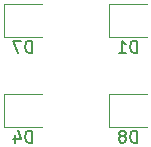
<source format=gbo>
%TF.GenerationSoftware,KiCad,Pcbnew,(6.0.5)*%
%TF.CreationDate,2022-06-15T13:59:35+01:00*%
%TF.ProjectId,tsal,7473616c-2e6b-4696-9361-645f70636258,rev?*%
%TF.SameCoordinates,Original*%
%TF.FileFunction,Legend,Bot*%
%TF.FilePolarity,Positive*%
%FSLAX46Y46*%
G04 Gerber Fmt 4.6, Leading zero omitted, Abs format (unit mm)*
G04 Created by KiCad (PCBNEW (6.0.5)) date 2022-06-15 13:59:35*
%MOMM*%
%LPD*%
G01*
G04 APERTURE LIST*
G04 Aperture macros list*
%AMRoundRect*
0 Rectangle with rounded corners*
0 $1 Rounding radius*
0 $2 $3 $4 $5 $6 $7 $8 $9 X,Y pos of 4 corners*
0 Add a 4 corners polygon primitive as box body*
4,1,4,$2,$3,$4,$5,$6,$7,$8,$9,$2,$3,0*
0 Add four circle primitives for the rounded corners*
1,1,$1+$1,$2,$3*
1,1,$1+$1,$4,$5*
1,1,$1+$1,$6,$7*
1,1,$1+$1,$8,$9*
0 Add four rect primitives between the rounded corners*
20,1,$1+$1,$2,$3,$4,$5,0*
20,1,$1+$1,$4,$5,$6,$7,0*
20,1,$1+$1,$6,$7,$8,$9,0*
20,1,$1+$1,$8,$9,$2,$3,0*%
G04 Aperture macros list end*
%ADD10C,0.150000*%
%ADD11C,0.120000*%
%ADD12C,3.200000*%
%ADD13C,3.000000*%
%ADD14RoundRect,0.250001X0.759999X-0.499999X0.759999X0.499999X-0.759999X0.499999X-0.759999X-0.499999X0*%
%ADD15O,2.020000X1.500000*%
%ADD16R,1.600000X1.600000*%
%ADD17C,1.600000*%
%ADD18R,1.000000X2.100000*%
%ADD19R,2.100000X2.100000*%
G04 APERTURE END LIST*
D10*
%TO.C,D1*%
X97893095Y-136082380D02*
X97893095Y-135082380D01*
X97655000Y-135082380D01*
X97512142Y-135130000D01*
X97416904Y-135225238D01*
X97369285Y-135320476D01*
X97321666Y-135510952D01*
X97321666Y-135653809D01*
X97369285Y-135844285D01*
X97416904Y-135939523D01*
X97512142Y-136034761D01*
X97655000Y-136082380D01*
X97893095Y-136082380D01*
X96369285Y-136082380D02*
X96940714Y-136082380D01*
X96655000Y-136082380D02*
X96655000Y-135082380D01*
X96750238Y-135225238D01*
X96845476Y-135320476D01*
X96940714Y-135368095D01*
%TO.C,D8*%
X97893095Y-143702380D02*
X97893095Y-142702380D01*
X97655000Y-142702380D01*
X97512142Y-142750000D01*
X97416904Y-142845238D01*
X97369285Y-142940476D01*
X97321666Y-143130952D01*
X97321666Y-143273809D01*
X97369285Y-143464285D01*
X97416904Y-143559523D01*
X97512142Y-143654761D01*
X97655000Y-143702380D01*
X97893095Y-143702380D01*
X96750238Y-143130952D02*
X96845476Y-143083333D01*
X96893095Y-143035714D01*
X96940714Y-142940476D01*
X96940714Y-142892857D01*
X96893095Y-142797619D01*
X96845476Y-142750000D01*
X96750238Y-142702380D01*
X96559761Y-142702380D01*
X96464523Y-142750000D01*
X96416904Y-142797619D01*
X96369285Y-142892857D01*
X96369285Y-142940476D01*
X96416904Y-143035714D01*
X96464523Y-143083333D01*
X96559761Y-143130952D01*
X96750238Y-143130952D01*
X96845476Y-143178571D01*
X96893095Y-143226190D01*
X96940714Y-143321428D01*
X96940714Y-143511904D01*
X96893095Y-143607142D01*
X96845476Y-143654761D01*
X96750238Y-143702380D01*
X96559761Y-143702380D01*
X96464523Y-143654761D01*
X96416904Y-143607142D01*
X96369285Y-143511904D01*
X96369285Y-143321428D01*
X96416904Y-143226190D01*
X96464523Y-143178571D01*
X96559761Y-143130952D01*
%TO.C,D4*%
X89003095Y-143702380D02*
X89003095Y-142702380D01*
X88765000Y-142702380D01*
X88622142Y-142750000D01*
X88526904Y-142845238D01*
X88479285Y-142940476D01*
X88431666Y-143130952D01*
X88431666Y-143273809D01*
X88479285Y-143464285D01*
X88526904Y-143559523D01*
X88622142Y-143654761D01*
X88765000Y-143702380D01*
X89003095Y-143702380D01*
X87574523Y-143035714D02*
X87574523Y-143702380D01*
X87812619Y-142654761D02*
X88050714Y-143369047D01*
X87431666Y-143369047D01*
%TO.C,D7*%
X89003095Y-136082380D02*
X89003095Y-135082380D01*
X88765000Y-135082380D01*
X88622142Y-135130000D01*
X88526904Y-135225238D01*
X88479285Y-135320476D01*
X88431666Y-135510952D01*
X88431666Y-135653809D01*
X88479285Y-135844285D01*
X88526904Y-135939523D01*
X88622142Y-136034761D01*
X88765000Y-136082380D01*
X89003095Y-136082380D01*
X88098333Y-135082380D02*
X87431666Y-135082380D01*
X87860238Y-136082380D01*
D11*
%TO.C,D1*%
X98755000Y-134750000D02*
X95555000Y-134750000D01*
X95555000Y-134750000D02*
X95555000Y-131950000D01*
X95555000Y-131950000D02*
X98755000Y-131950000D01*
%TO.C,D8*%
X98755000Y-142370000D02*
X95555000Y-142370000D01*
X95555000Y-142370000D02*
X95555000Y-139570000D01*
X95555000Y-139570000D02*
X98755000Y-139570000D01*
%TO.C,D4*%
X86665000Y-139570000D02*
X89865000Y-139570000D01*
X86665000Y-142370000D02*
X86665000Y-139570000D01*
X89865000Y-142370000D02*
X86665000Y-142370000D01*
%TO.C,D7*%
X86665000Y-134750000D02*
X86665000Y-131950000D01*
X89865000Y-134750000D02*
X86665000Y-134750000D01*
X86665000Y-131950000D02*
X89865000Y-131950000D01*
%TD*%
%LPC*%
D12*
%TO.C,REF\u002A\u002A*%
X125250000Y-128000000D03*
%TD*%
%TO.C,REF\u002A\u002A*%
X83250000Y-148750000D03*
%TD*%
D13*
%TO.C,J1*%
X63785000Y-134865000D03*
X63785000Y-139565000D03*
D14*
X68105000Y-141715000D03*
D15*
X68105000Y-138715000D03*
X68105000Y-135715000D03*
X68105000Y-132715000D03*
%TD*%
D16*
%TO.C,C1*%
X65492621Y-149860000D03*
D17*
X67992621Y-149860000D03*
%TD*%
D18*
%TO.C,D1*%
X96455000Y-133350000D03*
D19*
X98405000Y-133350000D03*
%TD*%
D18*
%TO.C,D8*%
X96455000Y-140970000D03*
D19*
X98405000Y-140970000D03*
%TD*%
D18*
%TO.C,D4*%
X87565000Y-140970000D03*
D19*
X89515000Y-140970000D03*
%TD*%
D18*
%TO.C,D7*%
X87565000Y-133350000D03*
D19*
X89515000Y-133350000D03*
%TD*%
M02*

</source>
